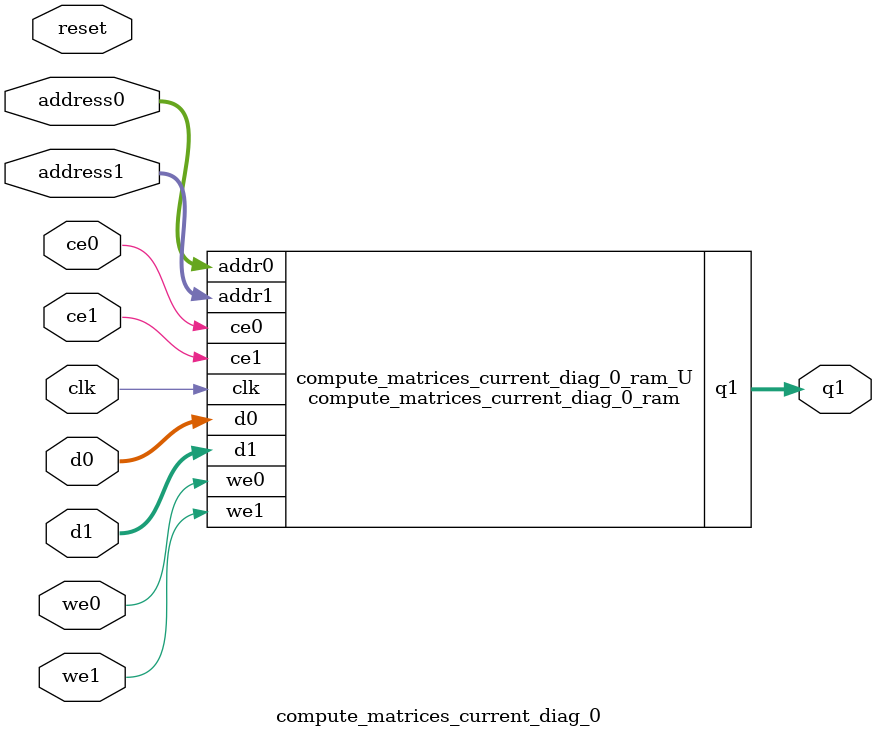
<source format=v>
`timescale 1 ns / 1 ps
module compute_matrices_current_diag_0_ram (addr0, ce0, d0, we0, addr1, ce1, d1, we1, q1,  clk);

parameter DWIDTH = 32;
parameter AWIDTH = 5;
parameter MEM_SIZE = 31;

input[AWIDTH-1:0] addr0;
input ce0;
input[DWIDTH-1:0] d0;
input we0;
input[AWIDTH-1:0] addr1;
input ce1;
input[DWIDTH-1:0] d1;
input we1;
output reg[DWIDTH-1:0] q1;
input clk;

reg [DWIDTH-1:0] ram[0:MEM_SIZE-1];




always @(posedge clk)  
begin 
    if (ce0) begin
        if (we0) 
            ram[addr0] <= d0; 
    end
end


always @(posedge clk)  
begin 
    if (ce1) begin
        if (we1) 
            ram[addr1] <= d1; 
        q1 <= ram[addr1];
    end
end


endmodule

`timescale 1 ns / 1 ps
module compute_matrices_current_diag_0(
    reset,
    clk,
    address0,
    ce0,
    we0,
    d0,
    address1,
    ce1,
    we1,
    d1,
    q1);

parameter DataWidth = 32'd32;
parameter AddressRange = 32'd31;
parameter AddressWidth = 32'd5;
input reset;
input clk;
input[AddressWidth - 1:0] address0;
input ce0;
input we0;
input[DataWidth - 1:0] d0;
input[AddressWidth - 1:0] address1;
input ce1;
input we1;
input[DataWidth - 1:0] d1;
output[DataWidth - 1:0] q1;



compute_matrices_current_diag_0_ram compute_matrices_current_diag_0_ram_U(
    .clk( clk ),
    .addr0( address0 ),
    .ce0( ce0 ),
    .we0( we0 ),
    .d0( d0 ),
    .addr1( address1 ),
    .ce1( ce1 ),
    .we1( we1 ),
    .d1( d1 ),
    .q1( q1 ));

endmodule


</source>
